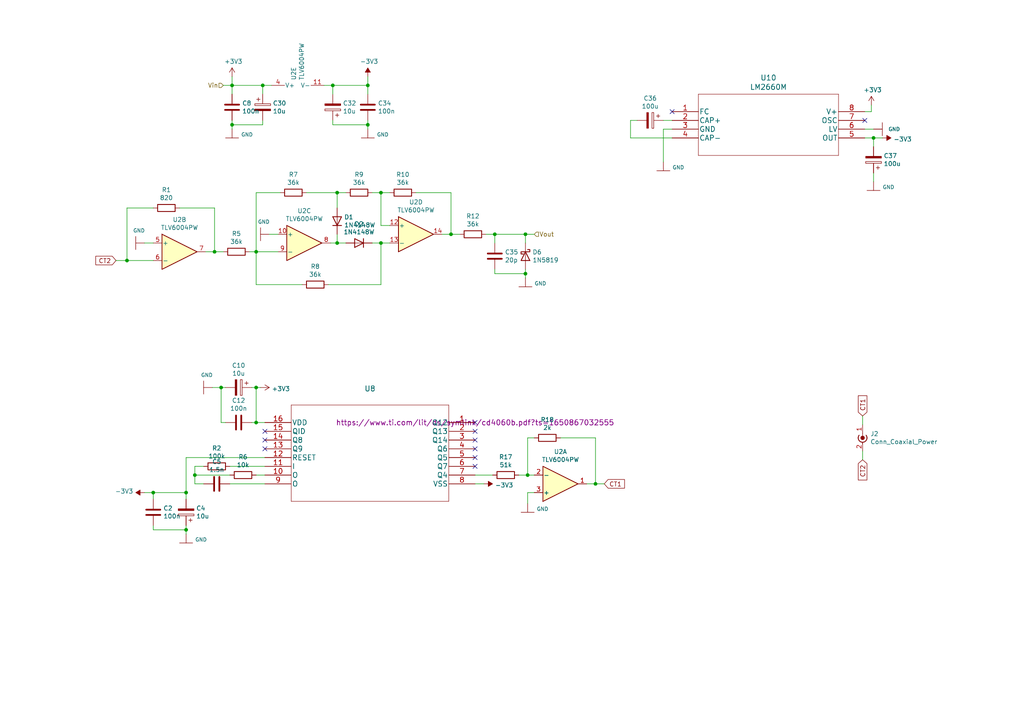
<source format=kicad_sch>
(kicad_sch (version 20211123) (generator eeschema)
  (paper "A4")
  (title_block (date "2021-11-26") (rev "0.1"))
  (lib_symbols
    (symbol "Bertha_main-eagle-import:GND" (power) (pin_names (offset 1.016))
      (property "Value" "GND" (at -1.651 -2.54 0))
      (symbol "GND_1_0"
        (polyline (pts (xy -1.905 0) (xy 1.905 0)))
        (pin power_in line (at 0 2.54 270) (length 2.54) (name "GND") (number "1"))
      )
    )
    (symbol "Connector:Conn_Coaxial_Power" (pin_names (offset 1.016) hide)
      (property "Reference" "J" (at -5.08 -1.27 90))
      (property "Value" "Conn_Coaxial_Power" (at -3.175 -1.27 90))
      (symbol "Conn_Coaxial_Power_0_1"
        (arc (start -1.27 -1.27) (mid 0 -2.54) (end 1.27 -1.27) (stroke (width 0.254)))
        (arc (start -1.016 -0.508) (mid -1.2048 -0.8684) (end -1.27 -1.27) (stroke (width 0.254)))
        (circle (center 0 -1.27) (radius 0.508) (stroke (width 0.2032)) (fill (type outline)))
        (polyline (pts (xy 0 -2.54) (xy 0 -3.048)))
        (polyline (pts (xy 0 0) (xy 0 -1.27)))
        (arc (start 1.27 -1.27) (mid 1.2048 -0.8684) (end 1.016 -0.508) (stroke (width 0.254)))
      )
      (symbol "Conn_Coaxial_Power_1_1"
        (pin passive line (at 0 2.54 270) (length 2.54) (name "In") (number "1"))
        (pin passive line (at 0 -5.08 90) (length 2.54) (name "Ext") (number "2"))
      )
    )
    (symbol "Device:C" (pin_numbers hide) (pin_names (offset 0.254))
      (property "Reference" "C" (at 0.635 2.54 0))
      (property "Value" "C" (at 0.635 -2.54 0))
      (symbol "C_0_1"
        (polyline (pts (xy -2.032 -0.762) (xy 2.032 -0.762)) (stroke (width 0.508)))
        (polyline (pts (xy -2.032 0.762) (xy 2.032 0.762)) (stroke (width 0.508)))
      )
      (symbol "C_1_1"
        (pin passive line (at 0 3.81 270) (length 2.794) (name "~") (number "1"))
        (pin passive line (at 0 -3.81 90) (length 2.794) (name "~") (number "2"))
      )
    )
    (symbol "Device:C_Polarized" (pin_numbers hide) (pin_names (offset 0.254))
      (property "Reference" "C" (at 0.635 2.54 0))
      (property "Value" "C_Polarized" (at 0.635 -2.54 0))
      (symbol "C_Polarized_0_1"
        (rectangle (start -2.286 0.508) (end 2.286 1.016))
        (polyline (pts (xy -1.778 2.286) (xy -0.762 2.286)))
        (polyline (pts (xy -1.27 2.794) (xy -1.27 1.778)))
        (rectangle (start 2.286 -0.508) (end -2.286 -1.016) (fill (type outline)))
      )
      (symbol "C_Polarized_1_1"
        (pin passive line (at 0 3.81 270) (length 2.794) (name "~") (number "1"))
        (pin passive line (at 0 -3.81 90) (length 2.794) (name "~") (number "2"))
      )
    )
    (symbol "Device:R" (pin_numbers hide) (pin_names (offset 0))
      (property "Reference" "R" (at 2.032 0 90))
      (property "Value" "R" (at 0 0 90))
      (symbol "R_0_1"
        (rectangle (start -1.016 -2.54) (end 1.016 2.54) (stroke (width 0.254)))
      )
      (symbol "R_1_1"
        (pin passive line (at 0 3.81 270) (length 1.27) (name "~") (number "1"))
        (pin passive line (at 0 -3.81 90) (length 1.27) (name "~") (number "2"))
      )
    )
    (symbol "Diode:1N4148W" (pin_numbers hide) (pin_names (offset 1.016) hide)
      (property "Reference" "D" (at 0 2.54 0))
      (property "Value" "1N4148W" (at 0 -2.54 0))
      (symbol "1N4148W_0_1"
        (polyline (pts (xy -1.27 1.27) (xy -1.27 -1.27)) (stroke (width 0.254)))
        (polyline (pts (xy 1.27 0) (xy -1.27 0)))
        (polyline (pts (xy 1.27 1.27) (xy 1.27 -1.27) (xy -1.27 0) (xy 1.27 1.27)) (stroke (width 0.254)))
      )
      (symbol "1N4148W_1_1"
        (pin passive line (at -3.81 0 0) (length 2.54) (name "K") (number "1"))
        (pin passive line (at 3.81 0 180) (length 2.54) (name "A") (number "2"))
      )
    )
    (symbol "Diode:1N5819" (pin_numbers hide) (pin_names (offset 1.016) hide)
      (property "Reference" "D" (at 0 2.54 0))
      (property "Value" "1N5819" (at 0 -2.54 0))
      (symbol "1N5819_0_1"
        (polyline (pts (xy 1.27 0) (xy -1.27 0)))
        (polyline (pts (xy 1.27 1.27) (xy 1.27 -1.27) (xy -1.27 0) (xy 1.27 1.27)) (stroke (width 0.254)))
        (polyline (pts (xy -1.905 0.635) (xy -1.905 1.27) (xy -1.27 1.27) (xy -1.27 -1.27) (xy -0.635 -1.27) (xy -0.635 -0.635)) (stroke (width 0.254)))
      )
      (symbol "1N5819_1_1"
        (pin passive line (at -3.81 0 0) (length 2.54) (name "K") (number "1"))
        (pin passive line (at 3.81 0 180) (length 2.54) (name "A") (number "2"))
      )
    )
    (symbol "LM2060M:LM2660M" (pin_names (offset 0.254))
      (property "Reference" "U" (at 27.94 10.16 0))
      (property "Value" "LM2660M" (at 27.94 7.62 0))
      (symbol "LM2660M_1_1"
        (polyline (pts (xy 7.62 -12.7) (xy 48.26 -12.7)) (stroke (width 0.127)))
        (polyline (pts (xy 7.62 5.08) (xy 7.62 -12.7)) (stroke (width 0.127)))
        (polyline (pts (xy 48.26 -12.7) (xy 48.26 5.08)) (stroke (width 0.127)))
        (polyline (pts (xy 48.26 5.08) (xy 7.62 5.08)) (stroke (width 0.127)))
        (pin passive line (at 0 0 0) (length 7.62) (name "FC") (number "1"))
        (pin passive line (at 0 -2.54 0) (length 7.62) (name "CAP+") (number "2"))
        (pin passive line (at 0 -5.08 0) (length 7.62) (name "GND") (number "3"))
        (pin passive line (at 0 -7.62 0) (length 7.62) (name "CAP-") (number "4"))
        (pin output line (at 55.88 -7.62 180) (length 7.62) (name "OUT") (number "5"))
        (pin passive line (at 55.88 -5.08 180) (length 7.62) (name "LV") (number "6"))
        (pin passive line (at 55.88 -2.54 180) (length 7.62) (name "OSC") (number "7"))
        (pin input line (at 55.88 0 180) (length 7.62) (name "V+") (number "8"))
      )
    )
    (symbol "bioreactor:TLV6004PW" (pin_names (offset 0.127))
      (property "Reference" "U" (at 0 5.08 0))
      (property "Value" "TLV6004PW" (at 0 -5.08 0))
      (symbol "TLV6004PW_1_1"
        (polyline (pts (xy -5.08 5.08) (xy 5.08 0) (xy -5.08 -5.08) (xy -5.08 5.08)) (stroke (width 0.254)) (fill (type background)))
        (pin output line (at 7.62 0 180) (length 2.54) (name "~") (number "1"))
        (pin input line (at -7.62 -2.54 0) (length 2.54) (name "-") (number "2"))
        (pin input line (at -7.62 2.54 0) (length 2.54) (name "+") (number "3"))
      )
      (symbol "TLV6004PW_2_1"
        (polyline (pts (xy -5.08 5.08) (xy 5.08 0) (xy -5.08 -5.08) (xy -5.08 5.08)) (stroke (width 0.254)) (fill (type background)))
        (pin input line (at -7.62 2.54 0) (length 2.54) (name "+") (number "5"))
        (pin input line (at -7.62 -2.54 0) (length 2.54) (name "-") (number "6"))
        (pin output line (at 7.62 0 180) (length 2.54) (name "~") (number "7"))
      )
      (symbol "TLV6004PW_3_1"
        (polyline (pts (xy -5.08 5.08) (xy 5.08 0) (xy -5.08 -5.08) (xy -5.08 5.08)) (stroke (width 0.254)) (fill (type background)))
        (pin input line (at -7.62 2.54 0) (length 2.54) (name "+") (number "10"))
        (pin output line (at 7.62 0 180) (length 2.54) (name "~") (number "8"))
        (pin input line (at -7.62 -2.54 0) (length 2.54) (name "-") (number "9"))
      )
      (symbol "TLV6004PW_4_1"
        (polyline (pts (xy -5.08 5.08) (xy 5.08 0) (xy -5.08 -5.08) (xy -5.08 5.08)) (stroke (width 0.254)) (fill (type background)))
        (pin input line (at -7.62 2.54 0) (length 2.54) (name "+") (number "12"))
        (pin input line (at -7.62 -2.54 0) (length 2.54) (name "-") (number "13"))
        (pin output line (at 7.62 0 180) (length 2.54) (name "~") (number "14"))
      )
      (symbol "TLV6004PW_5_1"
        (pin power_in line (at -2.54 -7.62 90) (length 3.81) (name "V-") (number "11"))
        (pin power_in line (at -2.54 7.62 270) (length 3.81) (name "V+") (number "4"))
      )
    )
    (symbol "pHMeter-rescue:CD4060BM-CD4060BM" (pin_names (offset 0.254))
      (property "Reference" "U" (at 30.48 10.16 0))
      (property "Value" "CD4060BM-CD4060BM" (at 30.48 7.62 0))
      (symbol "CD4060BM-CD4060BM_1_1"
        (polyline (pts (xy 7.62 -22.86) (xy 53.34 -22.86)) (stroke (width 0.127)))
        (polyline (pts (xy 7.62 5.08) (xy 7.62 -22.86)) (stroke (width 0.127)))
        (polyline (pts (xy 53.34 -22.86) (xy 53.34 5.08)) (stroke (width 0.127)))
        (polyline (pts (xy 53.34 5.08) (xy 7.62 5.08)) (stroke (width 0.127)))
        (pin unspecified line (at 0 0 0) (length 7.62) (name "Q12") (number "1"))
        (pin output line (at 60.96 -15.24 180) (length 7.62) (name "O") (number "10"))
        (pin input line (at 60.96 -12.7 180) (length 7.62) (name "I") (number "11"))
        (pin unspecified line (at 60.96 -10.16 180) (length 7.62) (name "RESET") (number "12"))
        (pin unspecified line (at 60.96 -7.62 180) (length 7.62) (name "Q9") (number "13"))
        (pin unspecified line (at 60.96 -5.08 180) (length 7.62) (name "Q8") (number "14"))
        (pin unspecified line (at 60.96 -2.54 180) (length 7.62) (name "QID") (number "15"))
        (pin power_in line (at 60.96 0 180) (length 7.62) (name "VDD") (number "16"))
        (pin unspecified line (at 0 -2.54 0) (length 7.62) (name "Q13") (number "2"))
        (pin unspecified line (at 0 -5.08 0) (length 7.62) (name "Q14") (number "3"))
        (pin unspecified line (at 0 -7.62 0) (length 7.62) (name "Q6") (number "4"))
        (pin unspecified line (at 0 -10.16 0) (length 7.62) (name "Q5") (number "5"))
        (pin unspecified line (at 0 -12.7 0) (length 7.62) (name "Q7") (number "6"))
        (pin unspecified line (at 0 -15.24 0) (length 7.62) (name "Q4") (number "7"))
        (pin power_in line (at 0 -17.78 0) (length 7.62) (name "VSS") (number "8"))
        (pin output line (at 60.96 -17.78 180) (length 7.62) (name "O") (number "9"))
      )
    )
    (symbol "power:+3V3" (power) (pin_names (offset 0))
      (property "Value" "+3V3" (at 0 3.556 0))
      (symbol "+3V3_0_1"
        (polyline (pts (xy -0.762 1.27) (xy 0 2.54)))
        (polyline (pts (xy 0 0) (xy 0 2.54)))
        (polyline (pts (xy 0 2.54) (xy 0.762 1.27)))
      )
      (symbol "+3V3_1_1"
        (pin power_in line (at 0 0 90) (length 0) hide (name "+3V3") (number "1"))
      )
    )
    (symbol "power:-3V3" (power) (pin_names (offset 0))
      (property "Value" "-3V3" (at 0 3.81 0))
      (symbol "-3V3_0_0"
        (pin power_in line (at 0 0 90) (length 0) hide (name "-3V3") (number "1"))
      )
      (symbol "-3V3_0_1"
        (polyline (pts (xy 0 0) (xy 0 1.27) (xy 0.762 1.27) (xy 0 2.54) (xy -0.762 1.27) (xy 0 1.27)) (fill (type outline)))
      )
    )
  )
  (junction (at 143.51 67.945))
  (junction (at 74.295 112.395))
  (junction (at 74.295 73.025))
  (junction (at 253.365 40.005))
  (junction (at 67.31 24.765))
  (junction (at 76.2 24.765))
  (junction (at 56.515 137.795))
  (junction (at 152.4 79.375))
  (junction (at 153.035 137.795))
  (junction (at 74.295 122.555))
  (junction (at 97.79 55.88))
  (junction (at 106.68 24.765))
  (junction (at 44.45 142.875))
  (junction (at 97.79 70.485))
  (junction (at 110.49 55.88))
  (junction (at 152.4 67.945))
  (junction (at 64.135 112.395))
  (junction (at 172.72 140.335))
  (junction (at 110.49 70.485))
  (junction (at 96.52 24.765))
  (junction (at 106.68 36.195))
  (junction (at 53.975 153.67))
  (junction (at 36.83 75.565))
  (junction (at 62.23 73.025))
  (junction (at 67.31 36.195))
  (junction (at 53.975 142.875))
  (junction (at 130.81 67.945))
  (no_connect (at 137.795 135.255))
  (no_connect (at 137.795 122.555))
  (no_connect (at 137.795 132.715))
  (no_connect (at 76.835 127.635))
  (no_connect (at 137.795 130.175))
  (no_connect (at 76.835 125.095))
  (no_connect (at 194.945 32.385))
  (no_connect (at 250.825 34.925))
  (no_connect (at 137.795 125.095))
  (no_connect (at 137.795 127.635))
  (no_connect (at 76.835 130.175))
  (wire (pts (xy 175.26 140.335) (xy 172.72 140.335)))
  (wire (pts (xy 67.31 27.305) (xy 67.31 24.765)))
  (wire (pts (xy 152.4 67.945) (xy 152.4 70.485)))
  (wire (pts (xy 56.515 137.795) (xy 56.515 140.335)))
  (wire (pts (xy 76.2 34.925) (xy 76.2 36.195)))
  (wire (pts (xy 106.68 24.765) (xy 106.68 27.305)))
  (wire (pts (xy 150.495 137.795) (xy 153.035 137.795)))
  (wire (pts (xy 192.405 37.465) (xy 192.405 46.99)))
  (wire (pts (xy 36.83 60.325) (xy 36.83 75.565)))
  (wire (pts (xy 250.825 37.465) (xy 253.365 37.465)))
  (wire (pts (xy 95.885 70.485) (xy 97.79 70.485)))
  (wire (pts (xy 96.52 34.925) (xy 96.52 36.195)))
  (wire (pts (xy 56.515 135.255) (xy 56.515 137.795)))
  (wire (pts (xy 44.45 142.875) (xy 53.975 142.875)))
  (wire (pts (xy 152.4 78.105) (xy 152.4 79.375)))
  (wire (pts (xy 96.52 24.765) (xy 106.68 24.765)))
  (wire (pts (xy 194.945 37.465) (xy 192.405 37.465)))
  (wire (pts (xy 97.79 70.485) (xy 97.79 67.945)))
  (wire (pts (xy 120.65 55.88) (xy 130.81 55.88)))
  (wire (pts (xy 41.91 142.875) (xy 44.45 142.875)))
  (wire (pts (xy 76.835 140.335) (xy 66.675 140.335)))
  (wire (pts (xy 74.295 82.55) (xy 74.295 73.025)))
  (wire (pts (xy 96.52 24.765) (xy 93.98 24.765)))
  (wire (pts (xy 67.31 36.195) (xy 67.31 34.925)))
  (wire (pts (xy 250.825 40.005) (xy 253.365 40.005)))
  (wire (pts (xy 64.135 112.395) (xy 64.135 122.555)))
  (wire (pts (xy 56.515 140.335) (xy 59.055 140.335)))
  (wire (pts (xy 62.23 73.025) (xy 59.69 73.025)))
  (wire (pts (xy 81.28 55.88) (xy 74.295 55.88)))
  (wire (pts (xy 44.45 152.4) (xy 44.45 153.67)))
  (wire (pts (xy 106.68 37.465) (xy 106.68 36.195)))
  (wire (pts (xy 74.295 137.795) (xy 76.835 137.795)))
  (wire (pts (xy 62.23 73.025) (xy 64.77 73.025)))
  (wire (pts (xy 130.81 55.88) (xy 130.81 67.945)))
  (wire (pts (xy 67.31 22.225) (xy 67.31 24.765)))
  (wire (pts (xy 153.035 146.05) (xy 153.035 142.875)))
  (wire (pts (xy 110.49 70.485) (xy 107.95 70.485)))
  (wire (pts (xy 152.4 79.375) (xy 152.4 80.645)))
  (wire (pts (xy 137.795 140.335) (xy 140.335 140.335)))
  (wire (pts (xy 73.025 112.395) (xy 74.295 112.395)))
  (wire (pts (xy 106.68 22.225) (xy 106.68 24.765)))
  (wire (pts (xy 192.405 34.925) (xy 194.945 34.925)))
  (wire (pts (xy 96.52 36.195) (xy 106.68 36.195)))
  (wire (pts (xy 44.45 144.78) (xy 44.45 142.875)))
  (wire (pts (xy 64.135 122.555) (xy 65.405 122.555)))
  (wire (pts (xy 44.45 60.325) (xy 36.83 60.325)))
  (wire (pts (xy 250.19 123.19) (xy 250.19 120.65)))
  (wire (pts (xy 73.025 122.555) (xy 74.295 122.555)))
  (wire (pts (xy 41.91 70.485) (xy 44.45 70.485)))
  (wire (pts (xy 76.2 27.305) (xy 76.2 24.765)))
  (wire (pts (xy 53.975 152.4) (xy 53.975 153.67)))
  (wire (pts (xy 154.94 127) (xy 153.035 127)))
  (wire (pts (xy 133.35 67.945) (xy 130.81 67.945)))
  (wire (pts (xy 153.035 142.875) (xy 154.94 142.875)))
  (wire (pts (xy 53.975 132.715) (xy 53.975 142.875)))
  (wire (pts (xy 107.95 55.88) (xy 110.49 55.88)))
  (wire (pts (xy 143.51 67.945) (xy 152.4 67.945)))
  (wire (pts (xy 76.835 122.555) (xy 74.295 122.555)))
  (wire (pts (xy 53.975 142.875) (xy 53.975 144.78)))
  (wire (pts (xy 153.035 137.795) (xy 154.94 137.795)))
  (wire (pts (xy 172.72 140.335) (xy 170.18 140.335)))
  (wire (pts (xy 172.72 127) (xy 172.72 140.335)))
  (wire (pts (xy 154.94 67.945) (xy 152.4 67.945)))
  (wire (pts (xy 252.73 30.48) (xy 252.73 32.385)))
  (wire (pts (xy 95.25 82.55) (xy 110.49 82.55)))
  (wire (pts (xy 74.295 122.555) (xy 74.295 112.395)))
  (wire (pts (xy 162.56 127) (xy 172.72 127)))
  (wire (pts (xy 110.49 70.485) (xy 110.49 82.55)))
  (wire (pts (xy 36.83 75.565) (xy 44.45 75.565)))
  (wire (pts (xy 74.295 73.025) (xy 80.645 73.025)))
  (wire (pts (xy 184.785 34.925) (xy 182.88 34.925)))
  (wire (pts (xy 182.88 40.005) (xy 194.945 40.005)))
  (wire (pts (xy 253.365 52.705) (xy 253.365 50.165)))
  (wire (pts (xy 113.03 55.88) (xy 110.49 55.88)))
  (wire (pts (xy 52.07 60.325) (xy 62.23 60.325)))
  (wire (pts (xy 33.655 75.565) (xy 36.83 75.565)))
  (wire (pts (xy 130.81 67.945) (xy 128.27 67.945)))
  (wire (pts (xy 87.63 82.55) (xy 74.295 82.55)))
  (wire (pts (xy 67.31 24.765) (xy 76.2 24.765)))
  (wire (pts (xy 72.39 73.025) (xy 74.295 73.025)))
  (wire (pts (xy 66.675 135.255) (xy 76.835 135.255)))
  (wire (pts (xy 252.73 32.385) (xy 250.825 32.385)))
  (wire (pts (xy 74.295 112.395) (xy 75.565 112.395)))
  (wire (pts (xy 143.51 70.485) (xy 143.51 67.945)))
  (wire (pts (xy 143.51 79.375) (xy 152.4 79.375)))
  (wire (pts (xy 65.405 112.395) (xy 64.135 112.395)))
  (wire (pts (xy 250.19 130.81) (xy 250.19 133.35)))
  (wire (pts (xy 74.295 55.88) (xy 74.295 73.025)))
  (wire (pts (xy 97.79 55.88) (xy 97.79 60.325)))
  (wire (pts (xy 67.31 37.465) (xy 67.31 36.195)))
  (wire (pts (xy 253.365 40.005) (xy 255.905 40.005)))
  (wire (pts (xy 137.795 137.795) (xy 142.875 137.795)))
  (wire (pts (xy 78.105 67.945) (xy 80.645 67.945)))
  (wire (pts (xy 113.03 65.405) (xy 110.49 65.405)))
  (wire (pts (xy 61.595 112.395) (xy 64.135 112.395)))
  (wire (pts (xy 44.45 153.67) (xy 53.975 153.67)))
  (wire (pts (xy 66.675 137.795) (xy 56.515 137.795)))
  (wire (pts (xy 62.23 60.325) (xy 62.23 73.025)))
  (wire (pts (xy 76.835 132.715) (xy 53.975 132.715)))
  (wire (pts (xy 76.2 36.195) (xy 67.31 36.195)))
  (wire (pts (xy 76.2 24.765) (xy 78.74 24.765)))
  (wire (pts (xy 113.03 70.485) (xy 110.49 70.485)))
  (wire (pts (xy 143.51 78.105) (xy 143.51 79.375)))
  (wire (pts (xy 143.51 67.945) (xy 140.97 67.945)))
  (wire (pts (xy 100.33 70.485) (xy 97.79 70.485)))
  (wire (pts (xy 97.79 55.88) (xy 100.33 55.88)))
  (wire (pts (xy 182.88 34.925) (xy 182.88 40.005)))
  (wire (pts (xy 106.68 36.195) (xy 106.68 34.925)))
  (wire (pts (xy 64.77 24.765) (xy 67.31 24.765)))
  (wire (pts (xy 96.52 27.305) (xy 96.52 24.765)))
  (wire (pts (xy 88.9 55.88) (xy 97.79 55.88)))
  (wire (pts (xy 253.365 42.545) (xy 253.365 40.005)))
  (wire (pts (xy 153.035 127) (xy 153.035 137.795)))
  (wire (pts (xy 59.055 135.255) (xy 56.515 135.255)))
  (wire (pts (xy 110.49 55.88) (xy 110.49 65.405)))
  (wire (pts (xy 53.975 153.67) (xy 53.975 154.94)))
  (global_label "CT2" (shape input) (at 33.655 75.565 180) (property "Intersheet References" "${INTERSHEET_REFS}" (effects hide)))
  (global_label "CT1" (shape input) (at 250.19 120.65 90) (property "Intersheet References" "${INTERSHEET_REFS}" (effects hide)))
  (global_label "CT1" (shape input) (at 175.26 140.335 0) (property "Intersheet References" "${INTERSHEET_REFS}" (effects hide)))
  (global_label "CT2" (shape input) (at 250.19 133.35 270) (property "Intersheet References" "${INTERSHEET_REFS}" (effects hide)))
  (hierarchical_label "Vin" (shape input) (at 64.77 24.765 180))
  (hierarchical_label "Vout" (shape input) (at 154.94 67.945 0))
  (symbol (lib_id "bioreactor:TLV6004PW") (at 162.56 140.335 0) (mirror x) (unit 1)
    (property "Reference" "U2" (at 162.56 131.0132 0))
    (property "Value" "TLV6004PW" (at 162.56 133.3246 0))
    (property "Footprint" "Package_SO:TSSOP-14_4.4x5mm_P0.65mm" (effects hide))
    (property "Datasheet" "https://www.ti.com/lit/ds/symlink/tlv6004.pdf?ts=1591554967798&ref_url=https://www.ti.com/product/TLV6004" (effects hide))
  )
  (symbol (lib_id "bioreactor:TLV6004PW") (at 52.07 73.025 0) (unit 2)
    (property "Reference" "U2" (at 52.07 63.7032 0))
    (property "Value" "TLV6004PW" (at 52.07 66.0146 0))
    (property "Footprint" "Package_SO:TSSOP-14_4.4x5mm_P0.65mm" (effects hide))
    (property "Datasheet" "https://www.ti.com/lit/ds/symlink/tlv6004.pdf?ts=1591554967798&ref_url=https://www.ti.com/product/TLV6004" (effects hide))
  )
  (symbol (lib_id "bioreactor:TLV6004PW") (at 88.265 70.485 0) (unit 3)
    (property "Reference" "U2" (at 88.265 61.1632 0))
    (property "Value" "TLV6004PW" (at 88.265 63.4746 0))
    (property "Footprint" "Package_SO:TSSOP-14_4.4x5mm_P0.65mm" (effects hide))
    (property "Datasheet" "https://www.ti.com/lit/ds/symlink/tlv6004.pdf?ts=1591554967798&ref_url=https://www.ti.com/product/TLV6004" (effects hide))
  )
  (symbol (lib_id "bioreactor:TLV6004PW") (at 86.36 22.225 90) (unit 5)
    (property "Reference" "U2" (at 85.1916 23.2918 0) (effects (justify left)))
    (property "Value" "TLV6004PW" (at 87.503 23.2918 0) (effects (justify left)))
    (property "Footprint" "Package_SO:TSSOP-14_4.4x5mm_P0.65mm" (effects hide))
    (property "Datasheet" "https://www.ti.com/lit/ds/symlink/tlv6004.pdf?ts=1591554967798&ref_url=https://www.ti.com/product/TLV6004" (effects hide))
  )
  (symbol (lib_id "pHMeter-rescue:CD4060BM-CD4060BM") (at 137.795 122.555 0) (mirror y) (unit 1)
    (property "Reference" "U8" (at 107.315 112.7252 0) (effects (font (size 1.524 1.524))))
    (property "Datasheet" "https://www.ti.com/lit/ds/symlink/cd4060b.pdf?ts=1650867032555" (at 137.795 122.555 0) (effects (font (size 1.524 1.524))))
  )
  (symbol (lib_id "Device:R") (at 62.865 135.255 270) (unit 1)
    (property "Reference" "R2" (at 62.865 129.9972 90))
    (property "Value" "100k" (at 62.865 132.3086 90))
    (property "Footprint" "Resistor_SMD:R_0805_2012Metric_Pad1.20x1.40mm_HandSolder" (effects hide))
  )
  (symbol (lib_id "Device:R") (at 70.485 137.795 270) (unit 1)
    (property "Reference" "R6" (at 70.485 132.5372 90))
    (property "Value" "10k" (at 70.485 134.8486 90))
    (property "Footprint" "Resistor_SMD:R_0805_2012Metric_Pad1.20x1.40mm_HandSolder" (effects hide))
  )
  (symbol (lib_id "Device:C") (at 62.865 140.335 270) (unit 1)
    (property "Reference" "C5" (at 62.865 133.9342 90))
    (property "Value" "1.5n" (at 62.865 136.2456 90))
    (property "Footprint" "Capacitor_SMD:C_0805_2012Metric_Pad1.18x1.45mm_HandSolder" (effects hide))
  )
  (symbol (lib_id "Device:C") (at 44.45 148.59 0) (unit 1)
    (property "Reference" "C2" (at 47.371 147.4216 0) (effects (justify left)))
    (property "Value" "100n" (at 47.371 149.733 0) (effects (justify left)))
    (property "Footprint" "Capacitor_SMD:C_0805_2012Metric_Pad1.18x1.45mm_HandSolder" (effects hide))
  )
  (symbol (lib_id "Device:C_Polarized") (at 53.975 148.59 180) (unit 1)
    (property "Reference" "C4" (at 56.896 147.4216 0) (effects (justify right)))
    (property "Value" "10u" (at 56.896 149.733 0) (effects (justify right)))
    (property "Footprint" "Capacitor_SMD:C_0805_2012Metric_Pad1.18x1.45mm_HandSolder" (effects hide))
  )
  (symbol (lib_id "Bertha_main-eagle-import:GND") (at 53.975 157.48 0) (unit 1)
    (property "Reference" "#0106" (effects hide))
    (property "Value" "GND" (at 56.5912 156.5148 0) (effects (font (size 1.0668 1.0668)) (justify left)))
  )
  (symbol (lib_id "power:-3V3") (at 41.91 142.875 90) (unit 1)
    (property "Reference" "#PWR0102" (effects hide))
    (property "Value" "-3V3" (at 38.6588 142.494 90) (effects (justify left)))
  )
  (symbol (lib_id "Device:C") (at 69.215 122.555 270) (unit 1)
    (property "Reference" "C12" (at 69.215 116.1542 90))
    (property "Value" "100n" (at 69.215 118.4656 90))
    (property "Footprint" "Capacitor_SMD:C_0805_2012Metric_Pad1.18x1.45mm_HandSolder" (effects hide))
  )
  (symbol (lib_id "Device:C_Polarized") (at 69.215 112.395 270) (unit 1)
    (property "Reference" "C10" (at 69.215 105.9942 90))
    (property "Value" "10u" (at 69.215 108.3056 90))
    (property "Footprint" "Capacitor_SMD:C_0805_2012Metric_Pad1.18x1.45mm_HandSolder" (effects hide))
  )
  (symbol (lib_id "Bertha_main-eagle-import:GND") (at 59.055 112.395 270) (unit 1)
    (property "Reference" "#0105" (effects hide))
    (property "Value" "GND" (at 59.9948 108.7882 90) (effects (font (size 1.0668 1.0668))))
  )
  (symbol (lib_id "power:+3V3") (at 75.565 112.395 270) (unit 1)
    (property "Reference" "#PWR0101" (effects hide))
    (property "Value" "+3V3" (at 78.8162 112.776 90) (effects (justify left)))
  )
  (symbol (lib_id "power:-3V3") (at 140.335 140.335 270) (unit 1)
    (property "Reference" "#PWR0103" (effects hide))
    (property "Value" "-3V3" (at 143.5862 140.716 90) (effects (justify left)))
  )
  (symbol (lib_id "Device:R") (at 146.685 137.795 270) (unit 1)
    (property "Reference" "R17" (at 146.685 132.5372 90))
    (property "Value" "51k" (at 146.685 134.8486 90))
    (property "Footprint" "Resistor_SMD:R_0805_2012Metric_Pad1.20x1.40mm_HandSolder" (effects hide))
  )
  (symbol (lib_id "Bertha_main-eagle-import:GND") (at 153.035 148.59 0) (unit 1)
    (property "Reference" "#0107" (effects hide))
    (property "Value" "GND" (at 155.6512 147.6248 0) (effects (font (size 1.0668 1.0668)) (justify left)))
  )
  (symbol (lib_id "Device:R") (at 158.75 127 90) (unit 1)
    (property "Reference" "R18" (at 158.75 121.7422 90))
    (property "Value" "2k" (at 158.75 124.0536 90))
    (property "Footprint" "Resistor_SMD:R_0805_2012Metric_Pad1.20x1.40mm_HandSolder" (effects hide))
  )
  (symbol (lib_id "Device:C_Polarized") (at 76.2 31.115 0) (unit 1)
    (property "Reference" "C30" (at 79.121 29.9466 0) (effects (justify left)))
    (property "Value" "10u" (at 79.121 32.258 0) (effects (justify left)))
    (property "Footprint" "Capacitor_SMD:C_0805_2012Metric_Pad1.18x1.45mm_HandSolder" (effects hide))
  )
  (symbol (lib_id "Device:C") (at 67.31 31.115 0) (unit 1)
    (property "Reference" "C8" (at 70.231 29.9466 0) (effects (justify left)))
    (property "Value" "100n" (at 70.231 32.258 0) (effects (justify left)))
    (property "Footprint" "Capacitor_SMD:C_0805_2012Metric_Pad1.18x1.45mm_HandSolder" (effects hide))
  )
  (symbol (lib_id "power:+3V3") (at 67.31 22.225 0) (unit 1)
    (property "Reference" "#PWR0104" (effects hide))
    (property "Value" "+3.3V" (at 67.691 17.8308 0))
  )
  (symbol (lib_id "Bertha_main-eagle-import:GND") (at 67.31 40.005 0) (unit 1)
    (property "Reference" "#0108" (effects hide))
    (property "Value" "GND" (at 69.9262 39.0398 0) (effects (font (size 1.0668 1.0668)) (justify left)))
  )
  (symbol (lib_id "Device:C_Polarized") (at 96.52 31.115 180) (unit 1)
    (property "Reference" "C32" (at 99.441 29.9466 0) (effects (justify right)))
    (property "Value" "10u" (at 99.441 32.258 0) (effects (justify right)))
    (property "Footprint" "Capacitor_SMD:C_0805_2012Metric_Pad1.18x1.45mm_HandSolder" (effects hide))
  )
  (symbol (lib_id "Device:C") (at 106.68 31.115 0) (unit 1)
    (property "Reference" "C34" (at 109.601 29.9466 0) (effects (justify left)))
    (property "Value" "100n" (at 109.601 32.258 0) (effects (justify left)))
    (property "Footprint" "Capacitor_SMD:C_0805_2012Metric_Pad1.18x1.45mm_HandSolder" (effects hide))
  )
  (symbol (lib_id "power:-3V3") (at 106.68 22.225 0) (unit 1)
    (property "Reference" "#PWR0105" (effects hide))
    (property "Value" "-3V3" (at 107.061 17.8308 0))
  )
  (symbol (lib_id "Bertha_main-eagle-import:GND") (at 106.68 40.005 0) (unit 1)
    (property "Reference" "#U0102" (effects hide))
    (property "Value" "GND" (at 109.2962 39.0398 0) (effects (font (size 1.0668 1.0668)) (justify left)))
  )
  (symbol (lib_id "LM2060M:LM2660M") (at 194.945 32.385 0) (unit 1)
    (property "Reference" "U10" (at 222.885 22.5552 0) (effects (font (size 1.524 1.524))))
    (property "Value" "LM2660M" (at 222.885 25.2476 0) (effects (font (size 1.524 1.524))))
    (property "Footprint" "pHMeter:LM2660M" (effects hide))
  )
  (symbol (lib_id "power:+3V3") (at 252.73 30.48 0) (unit 1)
    (property "Reference" "#PWR0106" (effects hide))
    (property "Value" "+3V3" (at 253.111 26.0858 0))
  )
  (symbol (lib_id "Bertha_main-eagle-import:GND") (at 255.905 37.465 90) (unit 1)
    (property "Reference" "#0109" (effects hide))
    (property "Value" "GND" (at 257.6322 37.465 90) (effects (font (size 1.0668 1.0668)) (justify right)))
  )
  (symbol (lib_id "power:-3V3") (at 255.905 40.005 270) (unit 1)
    (property "Reference" "#PWR0107" (effects hide))
    (property "Value" "-3V3" (at 259.1562 40.386 90) (effects (justify left)))
  )
  (symbol (lib_id "Device:C_Polarized") (at 253.365 46.355 180) (unit 1)
    (property "Reference" "C37" (at 256.286 45.1866 0) (effects (justify right)))
    (property "Value" "100u" (at 256.286 47.498 0) (effects (justify right)))
    (property "Footprint" "Capacitor_SMD:CP_Elec_8x10" (effects hide))
  )
  (symbol (lib_id "Device:C_Polarized") (at 188.595 34.925 270) (unit 1)
    (property "Reference" "C36" (at 188.595 28.5242 90))
    (property "Value" "100u" (at 188.595 30.8356 90))
    (property "Footprint" "Capacitor_SMD:CP_Elec_8x10" (effects hide))
  )
  (symbol (lib_id "Bertha_main-eagle-import:GND") (at 192.405 49.53 0) (unit 1)
    (property "Reference" "#0110" (effects hide))
    (property "Value" "GND" (at 195.0212 48.5648 0) (effects (font (size 1.0668 1.0668)) (justify left)))
  )
  (symbol (lib_id "Bertha_main-eagle-import:GND") (at 253.365 55.245 0) (unit 1)
    (property "Reference" "#U0103" (effects hide))
    (property "Value" "GND" (at 255.9812 54.2798 0) (effects (font (size 1.0668 1.0668)) (justify left)))
  )
  (symbol (lib_id "Connector:Conn_Coaxial_Power") (at 250.19 125.73 0) (unit 1)
    (property "Reference" "J2" (at 252.4252 125.8316 0) (effects (justify left)))
    (property "Value" "Conn_Coaxial_Power" (at 252.4252 128.143 0) (effects (justify left)))
    (property "Footprint" "Connector_Coaxial:BNC_TEConnectivity_1478204_Vertical" (effects hide))
    (property "Datasheet" "https://www.mouser.com/datasheet/2/18/112404-714699.pdf" (effects hide))
  )
  (symbol (lib_id "Bertha_main-eagle-import:GND") (at 39.37 70.485 270) (unit 1)
    (property "Reference" "#0111" (effects hide))
    (property "Value" "GND" (at 40.3098 66.8782 90) (effects (font (size 1.0668 1.0668))))
  )
  (symbol (lib_id "Device:R") (at 48.26 60.325 270) (unit 1)
    (property "Reference" "R1" (at 48.26 55.0672 90))
    (property "Value" "820" (at 48.26 57.3786 90))
    (property "Footprint" "Resistor_SMD:R_0805_2012Metric_Pad1.20x1.40mm_HandSolder" (effects hide))
  )
  (symbol (lib_id "Device:R") (at 68.58 73.025 270) (unit 1)
    (property "Reference" "R5" (at 68.58 67.7672 90))
    (property "Value" "36k" (at 68.58 70.0786 90))
    (property "Footprint" "Resistor_SMD:R_0805_2012Metric_Pad1.20x1.40mm_HandSolder" (effects hide))
  )
  (symbol (lib_id "bioreactor:TLV6004PW") (at 120.65 67.945 0) (unit 4)
    (property "Reference" "U2" (at 120.65 58.6232 0))
    (property "Value" "TLV6004PW" (at 120.65 60.9346 0))
    (property "Footprint" "Package_SO:TSSOP-14_4.4x5mm_P0.65mm" (effects hide))
    (property "Datasheet" "https://www.ti.com/lit/ds/symlink/tlv6004.pdf?ts=1591554967798&ref_url=https://www.ti.com/product/TLV6004" (effects hide))
  )
  (symbol (lib_id "Bertha_main-eagle-import:GND") (at 75.565 67.945 270) (unit 1)
    (property "Reference" "#U0104" (effects hide))
    (property "Value" "GND" (at 76.5048 64.3382 90) (effects (font (size 1.0668 1.0668))))
  )
  (symbol (lib_id "Diode:1N4148W") (at 97.79 64.135 90) (unit 1)
    (property "Reference" "D1" (at 99.822 62.9666 90) (effects (justify right)))
    (property "Value" "1N4148W" (at 99.822 65.278 90) (effects (justify right)))
    (property "Footprint" "Diode_SMD:D_SOD-123" (effects hide))
    (property "Datasheet" "https://www.vishay.com/docs/85748/1n4148w.pdf" (effects hide))
  )
  (symbol (lib_id "Diode:1N4148W") (at 104.14 70.485 180) (unit 1)
    (property "Reference" "D2" (at 104.14 64.9732 0))
    (property "Value" "1N4148W" (at 104.14 67.2846 0))
    (property "Footprint" "Diode_SMD:D_SOD-123" (effects hide))
    (property "Datasheet" "https://www.vishay.com/docs/85748/1n4148w.pdf" (effects hide))
  )
  (symbol (lib_id "Device:R") (at 91.44 82.55 270) (unit 1)
    (property "Reference" "R8" (at 91.44 77.2922 90))
    (property "Value" "36k" (at 91.44 79.6036 90))
    (property "Footprint" "Resistor_SMD:R_0805_2012Metric_Pad1.20x1.40mm_HandSolder" (effects hide))
  )
  (symbol (lib_id "Device:R") (at 85.09 55.88 270) (unit 1)
    (property "Reference" "R7" (at 85.09 50.6222 90))
    (property "Value" "36k" (at 85.09 52.9336 90))
    (property "Footprint" "Resistor_SMD:R_0805_2012Metric_Pad1.20x1.40mm_HandSolder" (effects hide))
  )
  (symbol (lib_id "Device:R") (at 104.14 55.88 270) (unit 1)
    (property "Reference" "R9" (at 104.14 50.6222 90))
    (property "Value" "36k" (at 104.14 52.9336 90))
    (property "Footprint" "Resistor_SMD:R_0805_2012Metric_Pad1.20x1.40mm_HandSolder" (effects hide))
  )
  (symbol (lib_id "Device:R") (at 116.84 55.88 270) (unit 1)
    (property "Reference" "R10" (at 116.84 50.6222 90))
    (property "Value" "36k" (at 116.84 52.9336 90))
    (property "Footprint" "Resistor_SMD:R_0805_2012Metric_Pad1.20x1.40mm_HandSolder" (effects hide))
  )
  (symbol (lib_id "Device:R") (at 137.16 67.945 270) (unit 1)
    (property "Reference" "R12" (at 137.16 62.6872 90))
    (property "Value" "36k" (at 137.16 64.9986 90))
    (property "Footprint" "Resistor_SMD:R_0805_2012Metric_Pad1.20x1.40mm_HandSolder" (effects hide))
  )
  (symbol (lib_id "Device:C") (at 143.51 74.295 0) (unit 1)
    (property "Reference" "C35" (at 146.431 73.1266 0) (effects (justify left)))
    (property "Value" "20p" (at 146.431 75.438 0) (effects (justify left)))
    (property "Footprint" "Capacitor_SMD:C_0805_2012Metric_Pad1.18x1.45mm_HandSolder" (effects hide))
  )
  (symbol (lib_id "Diode:1N5819") (at 152.4 74.295 270) (unit 1)
    (property "Reference" "D6" (at 154.432 73.1266 90) (effects (justify left)))
    (property "Value" "1N5819" (at 154.432 75.438 90) (effects (justify left)))
    (property "Footprint" "Diode_SMD:D_SOD-123" (effects hide))
    (property "Datasheet" "http://www.vishay.com/docs/88525/1n5817.pdf" (effects hide))
  )
  (symbol (lib_id "Bertha_main-eagle-import:GND") (at 152.4 83.185 0) (unit 1)
    (property "Reference" "#U0105" (effects hide))
    (property "Value" "GND" (at 155.0162 82.2198 0) (effects (font (size 1.0668 1.0668)) (justify left)))
  )
)
</source>
